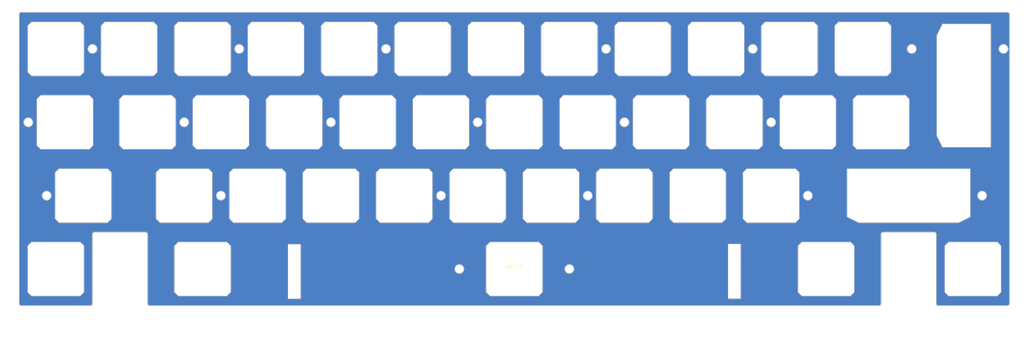
<source format=kicad_pcb>
(kicad_pcb (version 20221018) (generator pcbnew)
  (layers (0 "F.Cu" signal) (31 "B.Cu" signal) (34 "B.Paste" user) (35 "F.Paste" user) (36 "B.SilkS" user "B.Silkscreen") (37 "F.SilkS" user "F.Silkscreen") (38 "B.Mask" user) (39 "F.Mask" user) (44 "Edge.Cuts" user))
  (net 0 "")
  (net 1 "GND")
  (footprint "cipulot_parts:ecs_plate_cut_1U" (layer "F.Cu") (at 26.9875 91.28125)
    (fp_text reference "REF**")
    (fp_text value "Value " hide)
    (fp_line (start -7.3 -6) (end -7.3 6) (stroke (width 0.12)) (layer "Edge.Cuts"))
    (fp_line (start -7.3 6) (end -6.3 7) (stroke (width 0.12)) (layer "Edge.Cuts"))
    (fp_line (start -6.3 -7) (end -7.3 -6) (stroke (width 0.12)) (layer "Edge.Cuts"))
    (fp_line (start -6.3 7) (end 6.3 7) (stroke (width 0.12)) (layer "Edge.Cuts"))
    (fp_line (start 6.3 -7) (end -6.3 -7) (stroke (width 0.12)) (layer "Edge.Cuts"))
    (fp_line (start 6.3 -7) (end 7.3 -6) (stroke (width 0.12)) (layer "Edge.Cuts"))
    (fp_line (start 6.3 7) (end 7.3 6) (stroke (width 0.12)) (layer "Edge.Cuts"))
    (fp_line (start 7.3 6) (end 7.3 -6) (stroke (width 0.12)) (layer "Edge.Cuts"))
  )
  (footprint "cipulot_parts:ecs_plate_cut_1U" (layer "F.Cu") (at 136.525 72.23125)
    (fp_text reference "REF**")
    (fp_text value "Value " hide)
    (fp_line (start -7.3 -6) (end -7.3 6) (stroke (width 0.12)) (layer "Edge.Cuts"))
    (fp_line (start -7.3 6) (end -6.3 7) (stroke (width 0.12)) (layer "Edge.Cuts"))
    (fp_line (start -6.3 -7) (end -7.3 -6) (stroke (width 0.12)) (layer "Edge.Cuts"))
    (fp_line (start -6.3 7) (end 6.3 7) (stroke (width 0.12)) (layer "Edge.Cuts"))
    (fp_line (start 6.3 -7) (end -6.3 -7) (stroke (width 0.12)) (layer "Edge.Cuts"))
    (fp_line (start 6.3 -7) (end 7.3 -6) (stroke (width 0.12)) (layer "Edge.Cuts"))
    (fp_line (start 6.3 7) (end 7.3 6) (stroke (width 0.12)) (layer "Edge.Cuts"))
    (fp_line (start 7.3 6) (end 7.3 -6) (stroke (width 0.12)) (layer "Edge.Cuts"))
  )
  (footprint "cipulot_parts:ecs_plate_cut_1U" (layer "F.Cu") (at 146.05 53.18125)
    (fp_text reference "REF**")
    (fp_text value "Value " hide)
    (fp_line (start -7.3 -6) (end -7.3 6) (stroke (width 0.12)) (layer "Edge.Cuts"))
    (fp_line (start -7.3 6) (end -6.3 7) (stroke (width 0.12)) (layer "Edge.Cuts"))
    (fp_line (start -6.3 -7) (end -7.3 -6) (stroke (width 0.12)) (layer "Edge.Cuts"))
    (fp_line (start -6.3 7) (end 6.3 7) (stroke (width 0.12)) (layer "Edge.Cuts"))
    (fp_line (start 6.3 -7) (end -6.3 -7) (stroke (width 0.12)) (layer "Edge.Cuts"))
    (fp_line (start 6.3 -7) (end 7.3 -6) (stroke (width 0.12)) (layer "Edge.Cuts"))
    (fp_line (start 6.3 7) (end 7.3 6) (stroke (width 0.12)) (layer "Edge.Cuts"))
    (fp_line (start 7.3 6) (end 7.3 -6) (stroke (width 0.12)) (layer "Edge.Cuts"))
  )
  (footprint "cipulot_parts:ecs_plate_cut_1U" (layer "F.Cu") (at 46.0375 34.13125)
    (fp_text reference "REF**")
    (fp_text value "Value " hide)
    (fp_line (start -7.3 -6) (end -7.3 6) (stroke (width 0.12)) (layer "Edge.Cuts"))
    (fp_line (start -7.3 6) (end -6.3 7) (stroke (width 0.12)) (layer "Edge.Cuts"))
    (fp_line (start -6.3 -7) (end -7.3 -6) (stroke (width 0.12)) (layer "Edge.Cuts"))
    (fp_line (start -6.3 7) (end 6.3 7) (stroke (width 0.12)) (layer "Edge.Cuts"))
    (fp_line (start 6.3 -7) (end -6.3 -7) (stroke (width 0.12)) (layer "Edge.Cuts"))
    (fp_line (start 6.3 -7) (end 7.3 -6) (stroke (width 0.12)) (layer "Edge.Cuts"))
    (fp_line (start 6.3 7) (end 7.3 6) (stroke (width 0.12)) (layer "Edge.Cuts"))
    (fp_line (start 7.3 6) (end 7.3 -6) (stroke (width 0.12)) (layer "Edge.Cuts"))
  )
  (footprint "cipulot_parts:ecs_plate_cut_1U" (layer "F.Cu") (at 146.05 91.28125)
    (fp_text reference "REF**")
    (fp_text value "Value " hide)
    (fp_line (start -7.3 -6) (end -7.3 6) (stroke (width 0.12)) (layer "Edge.Cuts"))
    (fp_line (start -7.3 6) (end -6.3 7) (stroke (width 0.12)) (layer "Edge.Cuts"))
    (fp_line (start -6.3 -7) (end -7.3 -6) (stroke (width 0.12)) (layer "Edge.Cuts"))
    (fp_line (start -6.3 7) (end 6.3 7) (stroke (width 0.12)) (layer "Edge.Cuts"))
    (fp_line (start 6.3 -7) (end -6.3 -7) (stroke (width 0.12)) (layer "Edge.Cuts"))
    (fp_line (start 6.3 -7) (end 7.3 -6) (stroke (width 0.12)) (layer "Edge.Cuts"))
    (fp_line (start 6.3 7) (end 7.3 6) (stroke (width 0.12)) (layer "Edge.Cuts"))
    (fp_line (start 7.3 6) (end 7.3 -6) (stroke (width 0.12)) (layer "Edge.Cuts"))
  )
  (footprint "cipulot_parts:ecs_plate_cut_1U" (layer "F.Cu") (at 79.375 72.23125)
    (fp_text reference "REF**")
    (fp_text value "Value " hide)
    (fp_line (start -7.3 -6) (end -7.3 6) (stroke (width 0.12)) (layer "Edge.Cuts"))
    (fp_line (start -7.3 6) (end -6.3 7) (stroke (width 0.12)) (layer "Edge.Cuts"))
    (fp_line (start -6.3 -7) (end -7.3 -6) (stroke (width 0.12)) (layer "Edge.Cuts"))
    (fp_line (start -6.3 7) (end 6.3 7) (stroke (width 0.12)) (layer "Edge.Cuts"))
    (fp_line (start 6.3 -7) (end -6.3 -7) (stroke (width 0.12)) (layer "Edge.Cuts"))
    (fp_line (start 6.3 -7) (end 7.3 -6) (stroke (width 0.12)) (layer "Edge.Cuts"))
    (fp_line (start 6.3 7) (end 7.3 6) (stroke (width 0.12)) (layer "Edge.Cuts"))
    (fp_line (start 7.3 6) (end 7.3 -6) (stroke (width 0.12)) (layer "Edge.Cuts"))
  )
  (footprint "cipulot_parts:ecs_plate_cut_1U" (layer "F.Cu") (at 88.9 53.18125)
    (fp_text reference "REF**")
    (fp_text value "Value " hide)
    (fp_line (start -7.3 -6) (end -7.3 6) (stroke (width 0.12)) (layer "Edge.Cuts"))
    (fp_line (start -7.3 6) (end -6.3 7) (stroke (width 0.12)) (layer "Edge.Cuts"))
    (fp_line (start -6.3 -7) (end -7.3 -6) (stroke (width 0.12)) (layer "Edge.Cuts"))
    (fp_line (start -6.3 7) (end 6.3 7) (stroke (width 0.12)) (layer "Edge.Cuts"))
    (fp_line (start 6.3 -7) (end -6.3 -7) (stroke (width 0.12)) (layer "Edge.Cuts"))
    (fp_line (start 6.3 -7) (end 7.3 -6) (stroke (width 0.12)) (layer "Edge.Cuts"))
    (fp_line (start 6.3 7) (end 7.3 6) (stroke (width 0.12)) (layer "Edge.Cuts"))
    (fp_line (start 7.3 6) (end 7.3 -6) (stroke (width 0.12)) (layer "Edge.Cuts"))
  )
  (footprint "cipulot_parts:ecs_plate_cut_1U" (layer "F.Cu") (at 127 53.18125)
    (fp_text reference "REF**")
    (fp_text value "Value " hide)
    (fp_line (start -7.3 -6) (end -7.3 6) (stroke (width 0.12)) (layer "Edge.Cuts"))
    (fp_line (start -7.3 6) (end -6.3 7) (stroke (width 0.12)) (layer "Edge.Cuts"))
    (fp_line (start -6.3 -7) (end -7.3 -6) (stroke (width 0.12)) (layer "Edge.Cuts"))
    (fp_line (start -6.3 7) (end 6.3 7) (stroke (width 0.12)) (layer "Edge.Cuts"))
    (fp_line (start 6.3 -7) (end -6.3 -7) (stroke (width 0.12)) (layer "Edge.Cuts"))
    (fp_line (start 6.3 -7) (end 7.3 -6) (stroke (width 0.12)) (layer "Edge.Cuts"))
    (fp_line (start 6.3 7) (end 7.3 6) (stroke (width 0.12)) (layer "Edge.Cuts"))
    (fp_line (start 7.3 6) (end 7.3 -6) (stroke (width 0.12)) (layer "Edge.Cuts"))
  )
  (footprint "cipulot_parts:ecs_plate_cut_1U" (layer "F.Cu") (at 198.4375 34.13125)
    (fp_text reference "REF**")
    (fp_text value "Value " hide)
    (fp_line (start -7.3 -6) (end -7.3 6) (stroke (width 0.12)) (layer "Edge.Cuts"))
    (fp_line (start -7.3 6) (end -6.3 7) (stroke (width 0.12)) (layer "Edge.Cuts"))
    (fp_line (start -6.3 -7) (end -7.3 -6) (stroke (width 0.12)) (layer "Edge.Cuts"))
    (fp_line (start -6.3 7) (end 6.3 7) (stroke (width 0.12)) (layer "Edge.Cuts"))
    (fp_line (start 6.3 -7) (end -6.3 -7) (stroke (width 0.12)) (layer "Edge.Cuts"))
    (fp_line (start 6.3 -7) (end 7.3 -6) (stroke (width 0.12)) (layer "Edge.Cuts"))
    (fp_line (start 6.3 7) (end 7.3 6) (stroke (width 0.12)) (layer "Edge.Cuts"))
    (fp_line (start 7.3 6) (end 7.3 -6) (stroke (width 0.12)) (layer "Edge.Cuts"))
  )
  (footprint "cipulot_parts:ecs_plate_cut_1U" (layer "F.Cu") (at 203.2 53.18125)
    (fp_text reference "REF**")
    (fp_text value "Value " hide)
    (fp_line (start -7.3 -6) (end -7.3 6) (stroke (width 0.12)) (layer "Edge.Cuts"))
    (fp_line (start -7.3 6) (end -6.3 7) (stroke (width 0.12)) (layer "Edge.Cuts"))
    (fp_line (start -6.3 -7) (end -7.3 -6) (stroke (width 0.12)) (layer "Edge.Cuts"))
    (fp_line (start -6.3 7) (end 6.3 7) (stroke (width 0.12)) (layer "Edge.Cuts"))
    (fp_line (start 6.3 -7) (end -6.3 -7) (stroke (width 0.12)) (layer "Edge.Cuts"))
    (fp_line (start 6.3 -7) (end 7.3 -6) (stroke (width 0.12)) (layer "Edge.Cuts"))
    (fp_line (start 6.3 7) (end 7.3 6) (stroke (width 0.12)) (layer "Edge.Cuts"))
    (fp_line (start 7.3 6) (end 7.3 -6) (stroke (width 0.12)) (layer "Edge.Cuts"))
  )
  (footprint "cipulot_parts:ecs_plate_cut_1U" (layer "F.Cu") (at 165.1 53.18125)
    (fp_text reference "REF**")
    (fp_text value "Value " hide)
    (fp_line (start -7.3 -6) (end -7.3 6) (stroke (width 0.12)) (layer "Edge.Cuts"))
    (fp_line (start -7.3 6) (end -6.3 7) (stroke (width 0.12)) (layer "Edge.Cuts"))
    (fp_line (start -6.3 -7) (end -7.3 -6) (stroke (width 0.12)) (layer "Edge.Cuts"))
    (fp_line (start -6.3 7) (end 6.3 7) (stroke (width 0.12)) (layer "Edge.Cuts"))
    (fp_line (start 6.3 -7) (end -6.3 -7) (stroke (width 0.12)) (layer "Edge.Cuts"))
    (fp_line (start 6.3 -7) (end 7.3 -6) (stroke (width 0.12)) (layer "Edge.Cuts"))
    (fp_line (start 6.3 7) (end 7.3 6) (stroke (width 0.12)) (layer "Edge.Cuts"))
    (fp_line (start 7.3 6) (end 7.3 -6) (stroke (width 0.12)) (layer "Edge.Cuts"))
  )
  (footprint "cipulot_parts:ecs_plate_cut_1U" (layer "F.Cu") (at 217.4875 34.13125)
    (fp_text reference "REF**")
    (fp_text value "Value " hide)
    (fp_line (start -7.3 -6) (end -7.3 6) (stroke (width 0.12)) (layer "Edge.Cuts"))
    (fp_line (start -7.3 6) (end -6.3 7) (stroke (width 0.12)) (layer "Edge.Cuts"))
    (fp_line (start -6.3 -7) (end -7.3 -6) (stroke (width 0.12)) (layer "Edge.Cuts"))
    (fp_line (start -6.3 7) (end 6.3 7) (stroke (width 0.12)) (layer "Edge.Cuts"))
    (fp_line (start 6.3 -7) (end -6.3 -7) (stroke (width 0.12)) (layer "Edge.Cuts"))
    (fp_line (start 6.3 -7) (end 7.3 -6) (stroke (width 0.12)) (layer "Edge.Cuts"))
    (fp_line (start 6.3 7) (end 7.3 6) (stroke (width 0.12)) (layer "Edge.Cuts"))
    (fp_line (start 7.3 6) (end 7.3 -6) (stroke (width 0.12)) (layer "Edge.Cuts"))
  )
  (footprint "cipulot_parts:ecs_plate_cut_1U" (layer "F.Cu") (at 117.475 72.23125)
    (fp_text reference "REF**")
    (fp_text value "Value " hide)
    (fp_line (start -7.3 -6) (end -7.3 6) (stroke (width 0.12)) (layer "Edge.Cuts"))
    (fp_line (start -7.3 6) (end -6.3 7) (stroke (width 0.12)) (layer "Edge.Cuts"))
    (fp_line (start -6.3 -7) (end -7.3 -6) (stroke (width 0.12)) (layer "Edge.Cuts"))
    (fp_line (start -6.3 7) (end 6.3 7) (stroke (width 0.12)) (layer "Edge.Cuts"))
    (fp_line (start 6.3 -7) (end -6.3 -7) (stroke (width 0.12)) (layer "Edge.Cuts"))
    (fp_line (start 6.3 -7) (end 7.3 -6) (stroke (width 0.12)) (layer "Edge.Cuts"))
    (fp_line (start 6.3 7) (end 7.3 6) (stroke (width 0.12)) (layer "Edge.Cuts"))
    (fp_line (start 7.3 6) (end 7.3 -6) (stroke (width 0.12)) (layer "Edge.Cuts"))
  )
  (footprint "cipulot_parts:ecs_plate_cut_1U" (layer "F.Cu") (at 84.137501 34.13125)
    (fp_text reference "REF**")
    (fp_text value "Value " hide)
    (fp_line (start -7.3 -6) (end -7.3 6) (stroke (width 0.12)) (layer "Edge.Cuts"))
    (fp_line (start -7.3 6) (end -6.3 7) (stroke (width 0.12)) (layer "Edge.Cuts"))
    (fp_line (start -6.3 -7) (end -7.3 -6) (stroke (width 0.12)) (layer "Edge.Cuts"))
    (fp_line (start -6.3 7) (end 6.3 7) (stroke (width 0.12)) (layer "Edge.Cuts"))
    (fp_line (start 6.3 -7) (end -6.3 -7) (stroke (width 0.12)) (layer "Edge.Cuts"))
    (fp_line (start 6.3 -7) (end 7.3 -6) (stroke (width 0.12)) (layer "Edge.Cuts"))
    (fp_line (start 6.3 7) (end 7.3 6) (stroke (width 0.12)) (layer "Edge.Cuts"))
    (fp_line (start 7.3 6) (end 7.3 -6) (stroke (width 0.12)) (layer "Edge.Cuts"))
  )
  (footprint "cipulot_parts:ecs_plate_cut_1U" (layer "F.Cu") (at 34.13125 72.23125)
    (fp_text reference "REF**")
    (fp_text value "Value " hide)
    (fp_line (start -7.3 -6) (end -7.3 6) (stroke (width 0.12)) (layer "Edge.Cuts"))
    (fp_line (start -7.3 6) (end -6.3 7) (stroke (width 0.12)) (layer "Edge.Cuts"))
    (fp_line (start -6.3 -7) (end -7.3 -6) (stroke (width 0.12)) (layer "Edge.Cuts"))
    (fp_line (start -6.3 7) (end 6.3 7) (stroke (width 0.12)) (layer "Edge.Cuts"))
    (fp_line (start 6.3 -7) (end -6.3 -7) (stroke (width 0.12)) (layer "Edge.Cuts"))
    (fp_line (start 6.3 -7) (end 7.3 -6) (stroke (width 0.12)) (layer "Edge.Cuts"))
    (fp_line (start 6.3 7) (end 7.3 6) (stroke (width 0.12)) (layer "Edge.Cuts"))
    (fp_line (start 7.3 6) (end 7.3 -6) (stroke (width 0.12)) (layer "Edge.Cuts"))
  )
  (footprint "cipulot_parts:ecs_plate_cut_1U" (layer "F.Cu") (at 155.575 72.23125)
    (fp_text reference "REF**")
    (fp_text value "Value " hide)
    (fp_line (start -7.3 -6) (end -7.3 6) (stroke (width 0.12)) (layer "Edge.Cuts"))
    (fp_line (start -7.3 6) (end -6.3 7) (stroke (width 0.12)) (layer "Edge.Cuts"))
    (fp_line (start -6.3 -7) (end -7.3 -6) (stroke (width 0.12)) (layer "Edge.Cuts"))
    (fp_line (start -6.3 7) (end 6.3 7) (stroke (width 0.12)) (layer "Edge.Cuts"))
    (fp_line (start 6.3 -7) (end -6.3 -7) (stroke (width 0.12)) (layer "Edge.Cuts"))
    (fp_line (start 6.3 -7) (end 7.3 -6) (stroke (width 0.12)) (layer "Edge.Cuts"))
    (fp_line (start 6.3 7) (end 7.3 6) (stroke (width 0.12)) (layer "Edge.Cuts"))
    (fp_line (start 7.3 6) (end 7.3 -6) (stroke (width 0.12)) (layer "Edge.Cuts"))
  )
  (footprint "cipulot_parts:ecs_plate_cut_1U" (layer "F.Cu") (at 60.325 72.23125)
    (fp_text reference "REF**")
    (fp_text value "Value " hide)
    (fp_line (start -7.3 -6) (end -7.3 6) (stroke (width 0.12)) (layer "Edge.Cuts"))
    (fp_line (start -7.3 6) (end -6.3 7) (stroke (width 0.12)) (layer "Edge.Cuts"))
    (fp_line (start -6.3 -7) (end -7.3 -6) (stroke (width 0.12)) (layer "Edge.Cuts"))
    (fp_line (start -6.3 7) (end 6.3 7) (stroke (width 0.12)) (layer "Edge.Cuts"))
    (fp_line (start 6.3 -7) (end -6.3 -7) (stroke (width 0.12)) (layer "Edge.Cuts"))
    (fp_line (start 6.3 -7) (end 7.3 -6) (stroke (width 0.12)) (layer "Edge.Cuts"))
    (fp_line (start 6.3 7) (end 7.3 6) (stroke (width 0.12)) (layer "Edge.Cuts"))
    (fp_line (start 7.3 6) (end 7.3 -6) (stroke (width 0.12)) (layer "Edge.Cuts"))
  )
  (footprint "cipulot_parts:ecs_plate_cut_1U" (layer "F.Cu") (at 50.8 53.18125)
    (fp_text reference "REF**")
    (fp_text value "Value " hide)
    (fp_line (start -7.3 -6) (end -7.3 6) (stroke (width 0.12)) (layer "Edge.Cuts"))
    (fp_line (start -7.3 6) (end -6.3 7) (stroke (width 0.12)) (layer "Edge.Cuts"))
    (fp_line (start -6.3 -7) (end -7.3 -6) (stroke (width 0.12)) (layer "Edge.Cuts"))
    (fp_line (start -6.3 7) (end 6.3 7) (stroke (width 0.12)) (layer "Edge.Cuts"))
    (fp_line (start 6.3 -7) (end -6.3 -7) (stroke (width 0.12)) (layer "Edge.Cuts"))
    (fp_line (start 6.3 -7) (end 7.3 -6) (stroke (width 0.12)) (layer "Edge.Cuts"))
    (fp_line (start 6.3 7) (end 7.3 6) (stroke (width 0.12)) (layer "Edge.Cuts"))
    (fp_line (start 7.3 6) (end 7.3 -6) (stroke (width 0.12)) (layer "Edge.Cuts"))
  )
  (footprint "cipulot_parts:ecs_plate_cut_1U" (layer "F.Cu") (at 107.95 53.18125)
    (fp_text reference "REF**")
    (fp_text value "Value " hide)
    (fp_line (start -7.3 -6) (end -7.3 6) (stroke (width 0.12)) (layer "Edge.Cuts"))
    (fp_line (start -7.3 6) (end -6.3 7) (stroke (width 0.12)) (layer "Edge.Cuts"))
    (fp_line (start -6.3 -7) (end -7.3 -6) (stroke (width 0.12)) (layer "Edge.Cuts"))
    (fp_line (start -6.3 7) (end 6.3 7) (stroke (width 0.12)) (layer "Edge.Cuts"))
    (fp_line (start 6.3 -7) (end -6.3 -7) (stroke (width 0.12)) (layer "Edge.Cuts"))
    (fp_line (start 6.3 -7) (end 7.3 -6) (stroke (width 0.12)) (layer "Edge.Cuts"))
    (fp_line (start 6.3 7) (end 7.3 6) (stroke (width 0.12)) (layer "Edge.Cuts"))
    (fp_line (start 7.3 6) (end 7.3 -6) (stroke (width 0.12)) (layer "Edge.Cuts"))
  )
  (footprint "cipulot_parts:ecs_plate_cut_1U" (layer "F.Cu") (at 65.0875 34.13125)
    (fp_text reference "REF**")
    (fp_text value "Value " hide)
    (fp_line (start -7.3 -6) (end -7.3 6) (stroke (width 0.12)) (layer "Edge.Cuts"))
    (fp_line (start -7.3 6) (end -6.3 7) (stroke (width 0.12)) (layer "Edge.Cuts"))
    (fp_line (start -6.3 -7) (end -7.3 -6) (stroke (width 0.12)) (layer "Edge.Cuts"))
    (fp_line (start -6.3 7) (end 6.3 7) (stroke (width 0.12)) (layer "Edge.Cuts"))
    (fp_line (start 6.3 -7) (end -6.3 -7) (stroke (width 0.12)) (layer "Edge.Cuts"))
    (fp_line (start 6.3 -7) (end 7.3 -6) (stroke (width 0.12)) (layer "Edge.Cuts"))
    (fp_line (start 6.3 7) (end 7.3 6) (stroke (width 0.12)) (layer "Edge.Cuts"))
    (fp_line (start 7.3 6) (end 7.3 -6) (stroke (width 0.12)) (layer "Edge.Cuts"))
  )
  (footprint "cipulot_parts:ecs_plate_cut_1U" (layer "F.Cu") (at 141.2875 34.13125)
    (fp_text reference "REF**")
    (fp_text value "Value " hide)
    (fp_line (start -7.3 -6) (end -7.3 6) (stroke (width 0.12)) (layer "Edge.Cuts"))
    (fp_line (start -7.3 6) (end -6.3 7) (stroke (width 0.12)) (layer "Edge.Cuts"))
    (fp_line (start -6.3 -7) (end -7.3 -6) (stroke (width 0.12)) (layer "Edge.Cuts"))
    (fp_line (start -6.3 7) (end 6.3 7) (stroke (width 0.12)) (layer "Edge.Cuts"))
    (fp_line (start 6.3 -7) (end -6.3 -7) (stroke (width 0.12)) (layer "Edge.Cuts"))
    (fp_line (start 6.3 -7) (end 7.3 -6) (stroke (width 0.12)) (layer "Edge.Cuts"))
    (fp_line (start 6.3 7) (end 7.3 6) (stroke (width 0.12)) (layer "Edge.Cuts"))
    (fp_line (start 7.3 6) (end 7.3 -6) (stroke (width 0.12)) (layer "Edge.Cuts"))
  )
  (footprint "cipulot_parts:ecs_plate_cut_1U" (layer "F.Cu") (at 29.36875 53.18125)
    (fp_text reference "REF**")
    (fp_text value "Value " hide)
    (fp_line (start -7.3 -6) (end -7.3 6) (stroke (width 0.12)) (layer "Edge.Cuts"))
    (fp_line (start -7.3 6) (end -6.3 7) (stroke (width 0.12)) (layer "Edge.Cuts"))
    (fp_line (start -6.3 -7) (end -7.3 -6) (stroke (width 0.12)) (layer "Edge.Cuts"))
    (fp_line (start -6.3 7) (end 6.3 7) (stroke (width 0.12)) (layer "Edge.Cuts"))
    (fp_line (start 6.3 -7) (end -6.3 -7) (stroke (width 0.12)) (layer "Edge.Cuts"))
    (fp_line (start 6.3 -7) (end 7.3 -6) (stroke (width 0.12)) (layer "Edge.Cuts"))
    (fp_line (start 6.3 7) (end 7.3 6) (stroke (width 0.12)) (layer "Edge.Cuts"))
    (fp_line (start 7.3 6) (end 7.3 -6) (stroke (width 0.12)) (layer "Edge.Cuts"))
  )
  (footprint "cipulot_parts:ecs_plate_cut_1U" (layer "F.Cu") (at 160.3375 34.13125)
    (fp_text reference "REF**")
    (fp_text value "Value " hide)
    (fp_line (start -7.3 -6) (end -7.3 6) (stroke (width 0.12)) (layer "Edge.Cuts"))
    (fp_line (start -7.3 6) (end -6.3 7) (stroke (width 0.12)) (layer "Edge.Cuts"))
    (fp_line (start -6.3 -7) (end -7.3 -6) (stroke (width 0.12)) (layer "Edge.Cuts"))
    (fp_line (start -6.3 7) (end 6.3 7) (stroke (width 0.12)) (layer "Edge.Cuts"))
    (fp_line (start 6.3 -7) (end -6.3 -7) (stroke (width 0.12)) (layer "Edge.Cuts"))
    (fp_line (start 6.3 -7) (end 7.3 -6) (stroke (width 0.12)) (layer "Edge.Cuts"))
    (fp_line (start 6.3 7) (end 7.3 6) (stroke (width 0.12)) (layer "Edge.Cuts"))
    (fp_line (start 7.3 6) (end 7.3 -6) (stroke (width 0.12)) (layer "Edge.Cuts"))
  )
  (footprint "cipulot_parts:ecs_plate_cut_1U" (layer "F.Cu") (at 122.2375 34.13125)
    (fp_text reference "REF**")
    (fp_text value "Value " hide)
    (fp_line (start -7.3 -6) (end -7.3 6) (stroke (width 0.12)) (layer "Edge.Cuts"))
    (fp_line (start -7.3 6) (end -6.3 7) (stroke (width 0.12)) (layer "Edge.Cuts"))
    (fp_line (start -6.3 -7) (end -7.3 -6) (stroke (width 0.12)) (layer "Edge.Cuts"))
    (fp_line (start -6.3 7) (end 6.3 7) (stroke (width 0.12)) (layer "Edge.Cuts"))
    (fp_line (start 6.3 -7) (end -6.3 -7) (stroke (width 0.12)) (layer "Edge.Cuts"))
    (fp_line (start 6.3 -7) (end 7.3 -6) (stroke (width 0.12)) (layer "Edge.Cuts"))
    (fp_line (start 6.3 7) (end 7.3 6) (stroke (width 0.12)) (layer "Edge.Cuts"))
    (fp_line (start 7.3 6) (end 7.3 -6) (stroke (width 0.12)) (layer "Edge.Cuts"))
  )
  (footprint "cipulot_parts:ecs_plate_cut_1U" (layer "F.Cu") (at 212.725 72.23125)
    (fp_text reference "REF**")
    (fp_text value "Value " hide)
    (fp_line (start -7.3 -6) (end -7.3 6) (stroke (width 0.12)) (layer "Edge.Cuts"))
    (fp_line (start -7.3 6) (end -6.3 7) (stroke (width 0.12)) (layer "Edge.Cuts"))
    (fp_line (start -6.3 -7) (end -7.3 -6) (stroke (width 0.12)) (layer "Edge.Cuts"))
    (fp_line (start -6.3 7) (end 6.3 7) (stroke (width 0.12)) (layer "Edge.Cuts"))
    (fp_line (start 6.3 -7) (end -6.3 -7) (stroke (width 0.12)) (layer "Edge.Cuts"))
    (fp_line (start 6.3 -7) (end 7.3 -6) (stroke (width 0.12)) (layer "Edge.Cuts"))
    (fp_line (start 6.3 7) (end 7.3 6) (stroke (width 0.12)) (layer "Edge.Cuts"))
    (fp_line (start 7.3 6) (end 7.3 -6) (stroke (width 0.12)) (layer "Edge.Cuts"))
  )
  (footprint "cipulot_parts:ecs_plate_cut_1U" (layer "F.Cu") (at 69.85 53.18125)
    (fp_text reference "REF**")
    (fp_text value "Value " hide)
    (fp_line (start -7.3 -6) (end -7.3 6) (stroke (width 0.12)) (layer "Edge.Cuts"))
    (fp_line (start -7.3 6) (end -6.3 7) (stroke (width 0.12)) (layer "Edge.Cuts"))
    (fp_line (start -6.3 -7) (end -7.3 -6) (stroke (width 0.12)) (layer "Edge.Cuts"))
    (fp_line (start -6.3 7) (end 6.3 7) (stroke (width 0.12)) (layer "Edge.Cuts"))
    (fp_line (start 6.3 -7) (end -6.3 -7) (stroke (width 0.12)) (layer "Edge.Cuts"))
    (fp_line (start 6.3 -7) (end 7.3 -6) (stroke (width 0.12)) (layer "Edge.Cuts"))
    (fp_line (start 6.3 7) (end 7.3 6) (stroke (width 0.12)) (layer "Edge.Cuts"))
    (fp_line (start 7.3 6) (end 7.3 -6) (stroke (width 0.12)) (layer "Edge.Cuts"))
  )
  (footprint "cipulot_parts:ecs_plate_cut_1U" (layer "F.Cu") (at 227.0125 91.28125)
    (fp_text reference "REF**")
    (fp_text value "Value " hide)
    (fp_line (start -7.3 -6) (end -7.3 6) (stroke (width 0.12)) (layer "Edge.Cuts"))
    (fp_line (start -7.3 6) (end -6.3 7) (stroke (width 0.12)) (layer "Edge.Cuts"))
    (fp_line (start -6.3 -7) (end -7.3 -6) (stroke (width 0.12)) (layer "Edge.Cuts"))
    (fp_line (start -6.3 7) (end 6.3 7) (stroke (width 0.12)) (layer "Edge.Cuts"))
    (fp_line (start 6.3 -7) (end -6.3 -7) (stroke (width 0.12)) (layer "Edge.Cuts"))
    (fp_line (start 6.3 -7) (end 7.3 -6) (stroke (width 0.12)) (layer "Edge.Cuts"))
    (fp_line (start 6.3 7) (end 7.3 6) (stroke (width 0.12)) (layer "Edge.Cuts"))
    (fp_line (start 7.3 6) (end 7.3 -6) (stroke (width 0.12)) (layer "Edge.Cuts"))
  )
  (footprint "cipulot_parts:ecs_plate_cut_2U" (layer "F.Cu") (at 248.44375 72.23125)
    (fp_text reference "REF**")
    (fp_text value "Value " hide)
    (fp_line (start -16 -7) (end 16 -7) (stroke (width 0.12)) (layer "Edge.Cuts"))
    (fp_line (start -16 0) (end -16 -7) (stroke (width 0.12)) (layer "Edge.Cuts"))
    (fp_line (start -16 0) (end -16 5.5) (stroke (width 0.12)) (layer "Edge.Cuts"))
    (fp_line (start -16 5.5) (end -13 7) (stroke (width 0.12)) (layer "Edge.Cuts"))
    (fp_line (start 13 7) (end -13 7) (stroke (width 0.12)) (layer "Edge.Cuts"))
    (fp_line (start 16 -7) (end 16 0) (stroke (width 0.12)) (layer "Edge.Cuts"))
    (fp_line (start 16 0) (end 16 5.5) (stroke (width 0.12)) (layer "Edge.Cuts"))
    (fp_line (start 16 5.5) (end 13 7) (stroke (width 0.12)) (layer "Edge.Cuts"))
  )
  (footprint "cipulot_parts:ecs_plate_cut_1U" (layer "F.Cu") (at 174.625 72.23125)
    (fp_text reference "REF**")
    (fp_text value "Value " hide)
    (fp_line (start -7.3 -6) (end -7.3 6) (stroke (width 0.12)) (layer "Edge.Cuts"))
    (fp_line (start -7.3 6) (end -6.3 7) (stroke (width 0.12)) (layer "Edge.Cuts"))
    (fp_line (start -6.3 -7) (end -7.3 -6) (stroke (width 0.12)) (layer "Edge.Cuts"))
    (fp_line (start -6.3 7) (end 6.3 7) (stroke (width 0.12)) (layer "Edge.Cuts"))
    (fp_line (start 6.3 -7) (end -6.3 -7) (stroke (width 0.12)) (layer "Edge.Cuts"))
    (fp_line (start 6.3 -7) (end 7.3 -6) (stroke (width 0.12)) (layer "Edge.Cuts"))
    (fp_line (start 6.3 7) (end 7.3 6) (stroke (width 0.12)) (layer "Edge.Cuts"))
    (fp_line (start 7.3 6) (end 7.3 -6) (stroke (width 0.12)) (layer "Edge.Cuts"))
  )
  (footprint "cipulot_parts:ecs_plate_cut_1U" (layer "F.Cu") (at 98.425 72.23125)
    (fp_text reference "REF**")
    (fp_text value "Value " hide)
    (fp_line (start -7.3 -6) (end -7.3 6) (stroke (width 0.12)) (layer "Edge.Cuts"))
    (fp_line (start -7.3 6) (end -6.3 7) (stroke (width 0.12)) (layer "Edge.Cuts"))
    (fp_line (start -6.3 -7) (end -7.3 -6) (stroke (width 0.12)) (layer "Edge.Cuts"))
    (fp_line (start -6.3 7) (end 6.3 7) (stroke (width 0.12)) (layer "Edge.Cuts"))
    (fp_line (start 6.3 -7) (end -6.3 -7) (stroke (width 0.12)) (layer "Edge.Cuts"))
    (fp_line (start 6.3 -7) (end 7.3 -6) (stroke (width 0.12)) (layer "Edge.Cuts"))
    (fp_line (start 6.3 7) (end 7.3 6) (stroke (width 0.12)) (layer "Edge.Cuts"))
    (fp_line (start 7.3 6) (end 7.3 -6) (stroke (width 0.12)) (layer "Edge.Cuts"))
  )
  (footprint "cipulot_parts:ecs_plate_cut_1U" (layer "F.Cu") (at 222.25 53.18125)
    (fp_text reference "REF**")
    (fp_text value "Value " hide)
    (fp_line (start -7.3 -6) (end -7.3 6) (stroke (width 0.12)) (layer "Edge.Cuts"))
    (fp_line (start -7.3 6) (end -6.3 7) (stroke (width 0.12)) (layer "Edge.Cuts"))
    (fp_line (start -6.3 -7) (end -7.3 -6) (stroke (width 0.12)) (layer "Edge.Cuts"))
    (fp_line (start -6.3 7) (end 6.3 7) (stroke (width 0.12)) (layer "Edge.Cuts"))
    (fp_line (start 6.3 -7) (end -6.3 -7) (stroke (width 0.12)) (layer "Edge.Cuts"))
    (fp_line (start 6.3 -7) (end 7.3 -6) (stroke (width 0.12)) (layer "Edge.Cuts"))
    (fp_line (start 6.3 7) (end 7.3 6) (stroke (width 0.12)) (layer "Edge.Cuts"))
    (fp_line (start 7.3 6) (end 7.3 -6) (stroke (width 0.12)) (layer "Edge.Cuts"))
  )
  (footprint "cipulot_parts:ecs_plate_cut_1U" (layer "F.Cu") (at 236.5375 34.13125)
    (fp_text reference "REF**")
    (fp_text value "Value " hide)
    (fp_line (start -7.3 -6) (end -7.3 6) (stroke (width 0.12)) (layer "Edge.Cuts"))
    (fp_line (start -7.3 6) (end -6.3 7) (stroke (width 0.12)) (layer "Edge.Cuts"))
    (fp_line (start -6.3 -7) (end -7.3 -6) (stroke (width 0.12)) (layer "Edge.Cuts"))
    (fp_line (start -6.3 7) (end 6.3 7) (stroke (width 0.12)) (layer "Edge.Cuts"))
    (fp_line (start 6.3 -7) (end -6.3 -7) (stroke (width 0.12)) (layer "Edge.Cuts"))
    (fp_line (start 6.3 -7) (end 7.3 -6) (stroke (width 0.12)) (layer "Edge.Cuts"))
    (fp_line (start 6.3 7) (end 7.3 6) (stroke (width 0.12)) (layer "Edge.Cuts"))
    (fp_line (start 7.3 6) (end 7.3 -6) (stroke (width 0.12)) (layer "Edge.Cuts"))
  )
  (footprint "cipulot_parts:ecs_plate_cut_1U" (layer "F.Cu") (at 193.675 72.23125)
    (fp_text reference "REF**")
    (fp_text value "Value " hide)
    (fp_line (start -7.3 -6) (end -7.3 6) (stroke (width 0.12)) (layer "Edge.Cuts"))
    (fp_line (start -7.3 6) (end -6.3 7) (stroke (width 0.12)) (layer "Edge.Cuts"))
    (fp_line (start -6.3 -7) (end -7.3 -6) (stroke (width 0.12)) (layer "Edge.Cuts"))
    (fp_line (start -6.3 7) (end 6.3 7) (stroke (width 0.12)) (layer "Edge.Cuts"))
    (fp_line (start 6.3 -7) (end -6.3 -7) (stroke (width 0.12)) (layer "Edge.Cuts"))
    (fp_line (start 6.3 -7) (end 7.3 -6) (stroke (width 0.12)) (layer "Edge.Cuts"))
    (fp_line (start 6.3 7) (end 7.3 6) (stroke (width 0.12)) (layer "Edge.Cuts"))
    (fp_line (start 7.3 6) (end 7.3 -6) (stroke (width 0.12)) (layer "Edge.Cuts"))
  )
  (footprint "cipulot_parts:ecs_plate_cut_1U" (layer "F.Cu") (at 103.1875 34.13125)
    (fp_text reference "REF**")
    (fp_text value "Value " hide)
    (fp_line (start -7.3 -6) (end -7.3 6) (stroke (width 0.12)) (layer "Edge.Cuts"))
    (fp_line (start -7.3 6) (end -6.3 7) (stroke (width 0.12)) (layer "Edge.Cuts"))
    (fp_line (start -6.3 -7) (end -7.3 -6) (stroke (width 0.12)) (layer "Edge.Cuts"))
    (fp_line (start -6.3 7) (end 6.3 7) (stroke (width 0.12)) (layer "Edge.Cuts"))
    (fp_line (start 6.3 -7) (end -6.3 -7) (stroke (width 0.12)) (layer "Edge.Cuts"))
    (fp_line (start 6.3 -7) (end 7.3 -6) (stroke (width 0.12)) (layer "Edge.Cuts"))
    (fp_line (start 6.3 7) (end 7.3 6) (stroke (width 0.12)) (layer "Edge.Cuts"))
    (fp_line (start 7.3 6) (end 7.3 -6) (stroke (width 0.12)) (layer "Edge.Cuts"))
  )
  (footprint "cipulot_parts:ecs_plate_cut_1U" (layer "F.Cu") (at 184.15 53.18125)
    (fp_text reference "REF**")
    (fp_text value "Value " hide)
    (fp_line (start -7.3 -6) (end -7.3 6) (stroke (width 0.12)) (layer "Edge.Cuts"))
    (fp_line (start -7.3 6) (end -6.3 7) (stroke (width 0.12)) (layer "Edge.Cuts"))
    (fp_line (start -6.3 -7) (end -7.3 -6) (stroke (width 0.12)) (layer "Edge.Cuts"))
    (fp_line (start -6.3 7) (end 6.3 7) (stroke (width 0.12)) (layer "Edge.Cuts"))
    (fp_line (start 6.3 -7) (end -6.3 -7) (stroke (width 0.12)) (layer "Edge.Cuts"))
    (fp_line (start 6.3 -7) (end 7.3 -6) (stroke (width 0.12)) (layer "Edge.Cuts"))
    (fp_line (start 6.3 7) (end 7.3 6) (stroke (width 0.12)) (layer "Edge.Cuts"))
    (fp_line (start 7.3 6) (end 7.3 -6) (stroke (width 0.12)) (layer "Edge.Cuts"))
  )
  (footprint "cipulot_parts:ecs_plate_cut_1U" (layer "F.Cu") (at 179.3875 34.13125)
    (fp_text reference "REF**")
    (fp_text value "Value " hide)
    (fp_line (start -7.3 -6) (end -7.3 6) (stroke (width 0.12)) (layer "Edge.Cuts"))
    (fp_line (start -7.3 6) (end -6.3 7) (stroke (width 0.12)) (layer "Edge.Cuts"))
    (fp_line (start -6.3 -7) (end -7.3 -6) (stroke (width 0.12)) (layer "Edge.Cuts"))
    (fp_line (start -6.3 7) (end 6.3 7) (stroke (width 0.12)) (layer "Edge.Cuts"))
    (fp_line (start 6.3 -7) (end -6.3 -7) (stroke (width 0.12)) (layer "Edge.Cuts"))
    (fp_line (start 6.3 -7) (end 7.3 -6) (stroke (width 0.12)) (layer "Edge.Cuts"))
    (fp_line (start 6.3 7) (end 7.3 6) (stroke (width 0.12)) (layer "Edge.Cuts"))
    (fp_line (start 7.3 6) (end 7.3 -6) (stroke (width 0.12)) (layer "Edge.Cuts"))
  )
  (footprint "cipulot_parts:ecs_plate_cut_1U" (layer "F.Cu") (at 265.1125 91.28125)
    (fp_text reference "REF**")
    (fp_text value "Value " hide)
    (fp_line (start -7.3 -6) (end -7.3 6) (stroke (width 0.12)) (layer "Edge.Cuts"))
    (fp_line (start -7.3 6) (end -6.3 7) (stroke (width 0.12)) (layer "Edge.Cuts"))
    (fp_line (start -6.3 -7) (end -7.3 -6) (stroke (width 0.12)) (layer "Edge.Cuts"))
    (fp_line (start -6.3 7) (end 6.3 7) (stroke (width 0.12)) (layer "Edge.Cuts"))
    (fp_line (start 6.3 -7) (end -6.3 -7) (stroke (width 0.12)) (layer "Edge.Cuts"))
    (fp_line (start 6.3 -7) (end 7.3 -6) (stroke (width 0.12)) (layer "Edge.Cuts"))
    (fp_line (start 6.3 7) (end 7.3 6) (stroke (width 0.12)) (layer "Edge.Cuts"))
    (fp_line (start 7.3 6) (end 7.3 -6) (stroke (width 0.12)) (layer "Edge.Cuts"))
  )
  (footprint "cipulot_parts:ecs_plate_cut_2U" (layer "F.Cu") (at 262.73125 43.65625 -90)
    (fp_text reference "REF**")
    (fp_text value "Value " hide)
    (fp_line (start -16 -7) (end 16 -7) (stroke (width 0.12)) (layer "Edge.Cuts"))
    (fp_line (start -16 0) (end -16 -7) (stroke (width 0.12)) (layer "Edge.Cuts"))
    (fp_line (start -16 0) (end -16 5.5) (stroke (width 0.12)) (layer "Edge.Cuts"))
    (fp_line (start -16 5.5) (end -13 7) (stroke (width 0.12)) (layer "Edge.Cuts"))
    (fp_line (start 13 7) (end -13 7) (stroke (width 0.12)) (layer "Edge.Cuts"))
    (fp_line (start 16 -7) (end 16 0) (stroke (width 0.12)) (layer "Edge.Cuts"))
    (fp_line (start 16 0) (end 16 5.5) (stroke (width 0.12)) (layer "Edge.Cuts"))
    (fp_line (start 16 5.5) (end 13 7) (stroke (width 0.12)) (layer "Edge.Cuts"))
  )
  (footprint "cipulot_parts:ecs_plate_cut_1U" (layer "F.Cu") (at 241.3 53.18125)
    (fp_text reference "REF**")
    (fp_text value "Value " hide)
    (fp_line (start -7.3 -6) (end -7.3 6) (stroke (width 0.12)) (layer "Edge.Cuts"))
    (fp_line (start -7.3 6) (end -6.3 7) (stroke (width 0.12)) (layer "Edge.Cuts"))
    (fp_line (start -6.3 -7) (end -7.3 -6) (stroke (width 0.12)) (layer "Edge.Cuts"))
    (fp_line (start -6.3 7) (end 6.3 7) (stroke (width 0.12)) (layer "Edge.Cuts"))
    (fp_line (start 6.3 -7) (end -6.3 -7) (stroke (width 0.12)) (layer "Edge.Cuts"))
    (fp_line (start 6.3 -7) (end 7.3 -6) (stroke (width 0.12)) (layer "Edge.Cuts"))
    (fp_line (start 6.3 7) (end 7.3 6) (stroke (width 0.12)) (layer "Edge.Cuts"))
    (fp_line (start 7.3 6) (end 7.3 -6) (stroke (width 0.12)) (layer "Edge.Cuts"))
  )
  (footprint "cipulot_parts:ecs_plate_cut_1U" (layer "F.Cu") (at 65.0875 91.28125)
    (fp_text reference "REF**")
    (fp_text value "Value " hide)
    (fp_line (start -7.3 -6) (end -7.3 6) (stroke (width 0.12)) (layer "Edge.Cuts"))
    (fp_line (start -7.3 6) (end -6.3 7) (stroke (width 0.12)) (layer "Edge.Cuts"))
    (fp_line (start -6.3 -7) (end -7.3 -6) (stroke (width 0.12)) (layer "Edge.Cuts"))
    (fp_line (start -6.3 7) (end 6.3 7) (stroke (width 0.12)) (layer "Edge.Cuts"))
    (fp_line (start 6.3 -7) (end -6.3 -7) (stroke (width 0.12)) (layer "Edge.Cuts"))
    (fp_line (start 6.3 -7) (end 7.3 -6) (stroke (width 0.12)) (layer "Edge.Cuts"))
    (fp_line (start 6.3 7) (end 7.3 6) (stroke (width 0.12)) (layer "Edge.Cuts"))
    (fp_line (start 7.3 6) (end 7.3 -6) (stroke (width 0.12)) (layer "Edge.Cuts"))
  )
  (footprint "cipulot_parts:costar_stab_7u" (layer "F.Cu") (at 146.05 91.28125)
    (fp_text reference "REF**" (at 0 -0.5 unlocked) (layer "F.SilkS") (effects (font (thickness 0.1))))
    (fp_text value "costar_stab_6.25u")
    (fp_line (start -58.779505 -6.45005) (end -55.480495 -6.45005) (stroke (width 0.05)) (layer "Edge.Cuts"))
    (fp_line (start -58.779505 7.74925) (end -58.779505 -6.45005) (stroke (width 0.05)) (layer "Edge.Cuts"))
    (fp_line (start -55.480495 -6.45005) (end -55.480495 7.74925) (stroke (width 0.05)) (layer "Edge.Cuts"))
    (fp_line (start -55.480495 7.74925) (end -58.779505 7.74925) (stroke (width 0.05)) (layer "Edge.Cuts"))
    (fp_line (start 55.4798 -6.501) (end 58.7802 -6.501) (stroke (width 0.05)) (layer "Edge.Cuts"))
    (fp_line (start 55.4798 7.6983) (end 55.4798 -6.501) (stroke (width 0.05)) (layer "Edge.Cuts"))
    (fp_line (start 58.7802 -6.501) (end 58.7802 7.6983) (stroke (width 0.05)) (layer "Edge.Cuts"))
    (fp_line (start 58.7802 7.6983) (end 55.4798 7.6983) (stroke (width 0.05)) (layer "Edge.Cuts"))
  )
  (footprint "cipulot_parts:ecs_plate_cut_1U" (layer "F.Cu") (at 26.9875 34.13125)
    (fp_text reference "REF**")
    (fp_text value "Value " hide)
    (fp_line (start -7.3 -6) (end -7.3 6) (stroke (width 0.12)) (layer "Edge.Cuts"))
    (fp_line (start -7.3 6) (end -6.3 7) (stroke (width 0.12)) (layer "Edge.Cuts"))
    (fp_line (start -6.3 -7) (end -7.3 -6) (stroke (width 0.12)) (layer "Edge.Cuts"))
    (fp_line (start -6.3 7) (end 6.3 7) (stroke (width 0.12)) (layer "Edge.Cuts"))
    (fp_line (start 6.3 -7) (end -6.3 -7) (stroke (width 0.12)) (layer "Edge.Cuts"))
    (fp_line (start 6.3 -7) (end 7.3 -6) (stroke (width 0.12)) (layer "Edge.Cuts"))
    (fp_line (start 6.3 7) (end 7.3 6) (stroke (width 0.12)) (layer "Edge.Cuts"))
    (fp_line (start 7.3 6) (end 7.3 -6) (stroke (width 0.12)) (layer "Edge.Cuts"))
  )
  (gr_circle (center 24.60625 72.23125) (end 25.75625 72.23125) (stroke (width 0.2)) (fill none) (layer "Edge.Cuts"))
  (gr_arc (start 50.3 81.75625) (mid 50.653553 81.902697) (end 50.8 82.25625) (stroke (width 0.2)) (layer "Edge.Cuts"))
  (gr_circle (center 249.2375 34.13125) (end 250.3875 34.13125) (stroke (width 0.2)) (fill none) (layer "Edge.Cuts"))
  (gr_circle (center 169.8625 34.13125) (end 171.0125 34.13125) (stroke (width 0.2)) (fill none) (layer "Edge.Cuts"))
  (gr_arc (start 241.3 100.30625) (mid 241.153553 100.659803) (end 240.8 100.80625) (stroke (width 0.2)) (layer "Edge.Cuts"))
  (gr_arc (start 241.3 82.25625) (mid 241.446447 81.902697) (end 241.8 81.75625) (stroke (width 0.2)) (layer "Edge.Cuts"))
  (gr_line (start 17.4625 100.30625) (end 17.4625 25.10625) (stroke (width 0.2)) (layer "Edge.Cuts"))
  (gr_circle (center 131.7625 91.28125) (end 132.9125 91.28125) (stroke (width 0.2)) (fill none) (layer "Edge.Cuts"))
  (gr_line (start 50.3 81.75625) (end 37.0125 81.75625) (stroke (width 0.2)) (layer "Edge.Cuts"))
  (gr_line (start 241.3 82.25625) (end 241.3 100.30625) (stroke (width 0.2)) (layer "Edge.Cuts"))
  (gr_arc (start 17.9625 100.80625) (mid 17.608947 100.659803) (end 17.4625 100.30625) (stroke (width 0.2)) (layer "Edge.Cuts"))
  (gr_circle (center 60.325 53.18125) (end 61.475 53.18125) (stroke (width 0.2)) (fill none) (layer "Edge.Cuts"))
  (gr_arc (start 274.6375 100.30625) (mid 274.491053 100.659803) (end 274.1375 100.80625) (stroke (width 0.2)) (layer "Edge.Cuts"))
  (gr_circle (center 207.9625 34.13125) (end 209.1125 34.13125) (stroke (width 0.2)) (fill none) (layer "Edge.Cuts"))
  (gr_arc (start 274.1375 24.60625) (mid 274.491053 24.752697) (end 274.6375 25.10625) (stroke (width 0.2)) (layer "Edge.Cuts"))
  (gr_circle (center 36.5125 34.13125) (end 37.6625 34.13125) (stroke (width 0.2)) (fill none) (layer "Edge.Cuts"))
  (gr_circle (center 212.725 53.18125) (end 213.875 53.18125) (stroke (width 0.2)) (fill none) (layer "Edge.Cuts"))
  (gr_circle (center 127 72.23125) (end 128.15 72.23125) (stroke (width 0.2)) (fill none) (layer "Edge.Cuts"))
  (gr_arc (start 255.0875 81.75625) (mid 255.441053 81.902697) (end 255.5875 82.25625) (stroke (width 0.2)) (layer "Edge.Cuts"))
  (gr_circle (center 165.1 72.23125) (end 166.25 72.23125) (stroke (width 0.2)) (fill none) (layer "Edge.Cuts"))
  (gr_line (start 240.8 100.80625) (end 51.3 100.80625) (stroke (width 0.2)) (layer "Edge.Cuts"))
  (gr_line (start 274.1375 100.80625) (end 256.0875 100.80625) (stroke (width 0.2)) (layer "Edge.Cuts"))
  (gr_arc (start 51.3 100.80625) (mid 50.946447 100.659803) (end 50.8 100.30625) (stroke (width 0.2)) (layer "Edge.Cuts"))
  (gr_line (start 255.0875 81.75625) (end 241.8 81.75625) (stroke (width 0.2)) (layer "Edge.Cuts"))
  (gr_line (start 36.0125 100.80625) (end 17.9625 100.80625) (stroke (width 0.2)) (layer "Edge.Cuts"))
  (gr_circle (center 222.25 72.23125) (end 223.4 72.23125) (stroke (width 0.2)) (fill none) (layer "Edge.Cuts"))
  (gr_line (start 50.8 100.30625) (end 50.8 82.25625) (stroke (width 0.2)) (layer "Edge.Cuts"))
  (gr_circle (center 69.85 72.23125) (end 71 72.23125) (stroke (width 0.2)) (fill none) (layer "Edge.Cuts"))
  (gr_line (start 255.5875 100.30625) (end 255.5875 82.25625) (stroke (width 0.2)) (layer "Edge.Cuts"))
  (gr_circle (center 74.6125 34.13125) (end 75.7625 34.13125) (stroke (width 0.2)) (fill none) (layer "Edge.Cuts"))
  (gr_circle (center 98.425 53.18125) (end 99.575 53.18125) (stroke (width 0.2)) (fill none) (layer "Edge.Cuts"))
  (gr_arc (start 256.0875 100.80625) (mid 255.733947 100.659803) (end 255.5875 100.30625) (stroke (width 0.2)) (layer "Edge.Cuts"))
  (gr_line (start 36.5125 82.25625) (end 36.5125 100.30625) (stroke (width 0.2)) (layer "Edge.Cuts"))
  (gr_circle (center 267.49375 72.23125) (end 268.64375 72.23125) (stroke (width 0.2)) (fill none) (layer "Edge.Cuts"))
  (gr_circle (center 273.05 34.13125) (end 274.2 34.13125) (stroke (width 0.2)) (fill none) (layer "Edge.Cuts"))
  (gr_line (start 17.9625 24.60625) (end 274.1375 24.60625) (stroke (width 0.2)) (layer "Edge.Cuts"))
  (gr_circle (center 112.7125 34.13125) (end 113.8625 34.13125) (stroke (width 0.2)) (fill none) (layer "Edge.Cuts"))
  (gr_circle (center 160.3375 91.28125) (end 161.4875 91.28125) (stroke (width 0.2)) (fill none) (layer "Edge.Cuts"))
  (gr_circle (center 174.625 53.18125) (end 175.775 53.18125) (stroke (width 0.2)) (fill none) (layer "Edge.Cuts"))
  (gr_arc (start 17.4625 25.10625) (mid 17.608947 24.752697) (end 17.9625 24.60625) (stroke (width 0.2)) (layer "Edge.Cuts"))
  (gr_circle (center 136.525 53.18125) (end 137.675 53.18125) (stroke (width 0.2)) (fill none) (layer "Edge.Cuts"))
  (gr_circle (center 19.84375 53.18125) (end 20.99375 53.18125) (stroke (width 0.2)) (fill none) (layer "Edge.Cuts"))
  (gr_arc (start 36.5125 82.25625) (mid 36.658947 81.902697) (end 37.0125 81.75625) (stroke (width 0.2)) (layer "Edge.Cuts"))
  (gr_line (start 274.6375 25.10625) (end 274.6375 100.30625) (stroke (width 0.2)) (layer "Edge.Cuts"))
  (gr_arc (start 36.5125 100.30625) (mid 36.366053 100.659803) (end 36.0125 100.80625) (stroke (width 0.2)) (layer "Edge.Cuts"))
  (zone (net 1) (net_name "GND") (layers "F&B.Cu") (connect_pads (clearance 0.5)) (min_thickness 0.25) (fill yes (thermal_gap 0.5) (thermal_bridge_width 0.5) (island_removal_mode 1) (island_area_min 10))
    (polygon (pts (xy 12.49375 21.43125) (xy 278.4 21.43125) (xy 278.4 109.5375) (xy 12.49375 108.74375)))
  )
)
</source>
